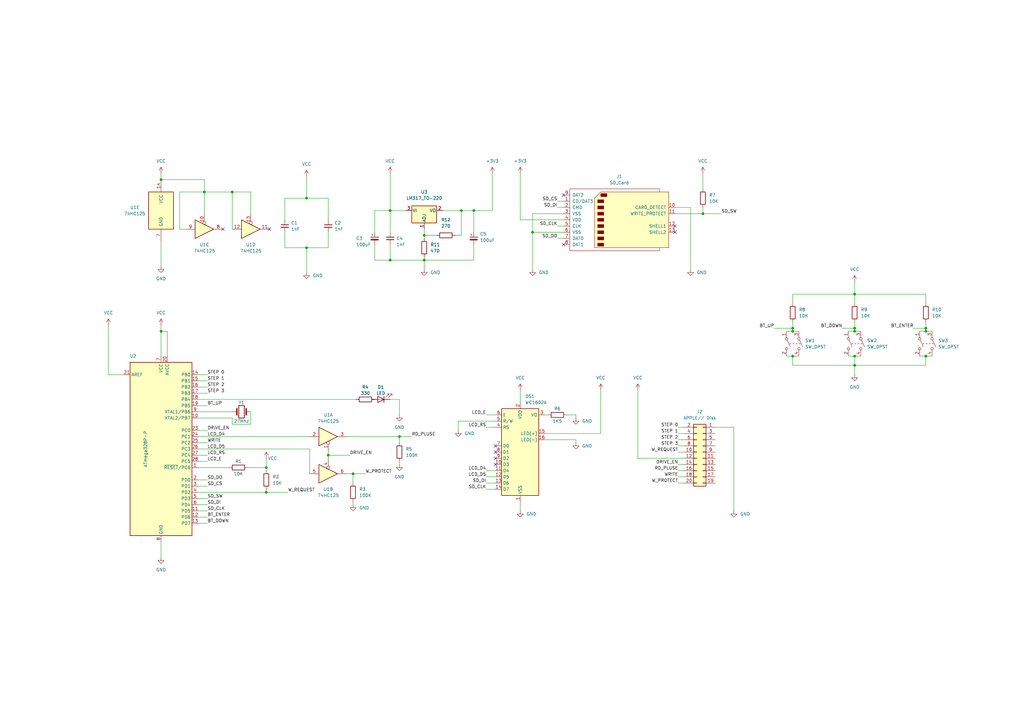
<source format=kicad_sch>
(kicad_sch (version 20211123) (generator eeschema)
  (paper "A3")
  (title_block (title "SDisk2 - Apple II Disk II Emulator") (date "2022-01-27") (rev "Rev 1") (comment 1 "(c) 2022 Terence Ang") (comment 2 "(c) 2012 Victor Trucco, (c) 2012 Fábio Belavenuto, (c) 2015 Alexandre Suaide") (comment 3 "additional authors - ") (comment 4 "Based on original works from (c) 2010 Koichi NISHIDA tulip-house@msf.biglobe.ne.jp"))
  (lib_symbols
    (symbol "74xx_IEEE:74HC125" (pin_names (offset 1.016))
      (property "Reference" "U" (at 0 1.27 0))
      (property "Value" "74HC125" (at 0 -1.27 0))
      (symbol "74HC125_1_0"
        (polyline (pts (xy -3.81 3.81) (xy -3.81 -3.81) (xy 3.81 0) (xy -3.81 3.81)) (stroke (width 0.254)) (fill (type background)))
        (pin input inverted (at 0 -6.35 90) (length 4.445) (name "~") (number "1"))
        (pin input line (at -7.62 0 0) (length 3.81) (name "~") (number "2"))
        (pin tri_state line (at 7.62 0 180) (length 3.81) (name "~") (number "3"))
      )
      (symbol "74HC125_2_0"
        (polyline (pts (xy -3.81 3.81) (xy -3.81 -3.81) (xy 3.81 0) (xy -3.81 3.81)) (stroke (width 0.254)) (fill (type background)))
        (pin input inverted (at 0 -6.35 90) (length 4.445) (name "~") (number "4"))
        (pin input line (at -7.62 0 0) (length 3.81) (name "~") (number "5"))
        (pin tri_state line (at 7.62 0 180) (length 3.81) (name "~") (number "6"))
      )
      (symbol "74HC125_3_0"
        (polyline (pts (xy -3.81 3.81) (xy -3.81 -3.81) (xy 3.81 0) (xy -3.81 3.81)) (stroke (width 0.254)) (fill (type background)))
        (pin input inverted (at 0 -6.35 90) (length 4.445) (name "~") (number "10"))
        (pin tri_state line (at 7.62 0 180) (length 3.81) (name "~") (number "8"))
        (pin input line (at -7.62 0 0) (length 3.81) (name "~") (number "9"))
      )
      (symbol "74HC125_4_0"
        (polyline (pts (xy -3.81 3.81) (xy -3.81 -3.81) (xy 3.81 0) (xy -3.81 3.81)) (stroke (width 0.254)) (fill (type background)))
        (pin tri_state line (at 7.62 0 180) (length 3.81) (name "~") (number "11"))
        (pin input line (at -7.62 0 0) (length 3.81) (name "~") (number "12"))
        (pin input inverted (at 0 -6.35 90) (length 4.445) (name "~") (number "13"))
      )
      (symbol "74HC125_5_0"
        (pin power_in line (at 0 12.7 270) (length 5.08) (name "VCC") (number "14"))
        (pin power_in line (at 0 -12.7 90) (length 5.08) (name "GND") (number "7"))
      )
      (symbol "74HC125_5_1"
        (rectangle (start -5.08 7.62) (end 5.08 -7.62) (stroke (width 0.254)) (fill (type background)))
      )
    )
    (symbol "Connector:SD_Card" (pin_names (offset 1.016))
      (property "Reference" "J" (at -16.51 13.97 0))
      (property "Value" "SD_Card" (at 15.24 -13.97 0))
      (symbol "SD_Card_0_1"
        (rectangle (start -8.89 -9.525) (end -6.35 -10.795) (fill (type outline)))
        (rectangle (start -8.89 -6.985) (end -6.35 -8.255) (fill (type outline)))
        (rectangle (start -8.89 -4.445) (end -6.35 -5.715) (fill (type outline)))
        (rectangle (start -8.89 -1.905) (end -6.35 -3.175) (fill (type outline)))
        (rectangle (start -8.89 0.635) (end -6.35 -0.635) (fill (type outline)))
        (rectangle (start -8.89 3.175) (end -6.35 1.905) (fill (type outline)))
        (rectangle (start -8.89 5.715) (end -6.35 4.445) (fill (type outline)))
        (rectangle (start -8.89 8.255) (end -6.35 6.985) (fill (type outline)))
        (rectangle (start -7.62 10.795) (end -5.08 9.525) (fill (type outline)))
        (polyline (pts (xy -10.16 8.89) (xy -7.62 11.43) (xy 20.32 11.43) (xy 20.32 -11.43) (xy -10.16 -11.43) (xy -10.16 8.89)) (fill (type background)))
        (polyline (pts (xy 16.51 11.43) (xy 16.51 12.7) (xy -20.32 12.7) (xy -20.32 -12.7) (xy 16.51 -12.7) (xy 16.51 -11.43)))
      )
      (symbol "SD_Card_1_1"
        (pin input line (at -22.86 7.62 0) (length 2.54) (name "CD/DAT3") (number "1"))
        (pin input line (at 22.86 5.08 180) (length 2.54) (name "CARD_DETECT") (number "10"))
        (pin input line (at 22.86 2.54 180) (length 2.54) (name "WRITE_PROTECT") (number "11"))
        (pin input line (at 22.86 -2.54 180) (length 2.54) (name "SHELL1") (number "12"))
        (pin input line (at 22.86 -5.08 180) (length 2.54) (name "SHELL2") (number "13"))
        (pin input line (at -22.86 5.08 0) (length 2.54) (name "CMD") (number "2"))
        (pin power_in line (at -22.86 2.54 0) (length 2.54) (name "VSS") (number "3"))
        (pin power_in line (at -22.86 0 0) (length 2.54) (name "VDD") (number "4"))
        (pin input line (at -22.86 -2.54 0) (length 2.54) (name "CLK") (number "5"))
        (pin power_in line (at -22.86 -5.08 0) (length 2.54) (name "VSS") (number "6"))
        (pin input line (at -22.86 -7.62 0) (length 2.54) (name "DAT0") (number "7"))
        (pin input line (at -22.86 -10.16 0) (length 2.54) (name "DAT1") (number "8"))
        (pin input line (at -22.86 10.16 0) (length 2.54) (name "DAT2") (number "9"))
      )
    )
    (symbol "Connector_Generic:Conn_02x10_Odd_Even" (pin_names (offset 1.016) hide)
      (property "Reference" "J" (at 1.27 12.7 0))
      (property "Value" "Conn_02x10_Odd_Even" (at 1.27 -15.24 0))
      (symbol "Conn_02x10_Odd_Even_1_1"
        (rectangle (start -1.27 -12.573) (end 0 -12.827) (stroke (width 0.1524)))
        (rectangle (start -1.27 -10.033) (end 0 -10.287) (stroke (width 0.1524)))
        (rectangle (start -1.27 -7.493) (end 0 -7.747) (stroke (width 0.1524)))
        (rectangle (start -1.27 -4.953) (end 0 -5.207) (stroke (width 0.1524)))
        (rectangle (start -1.27 -2.413) (end 0 -2.667) (stroke (width 0.1524)))
        (rectangle (start -1.27 0.127) (end 0 -0.127) (stroke (width 0.1524)))
        (rectangle (start -1.27 2.667) (end 0 2.413) (stroke (width 0.1524)))
        (rectangle (start -1.27 5.207) (end 0 4.953) (stroke (width 0.1524)))
        (rectangle (start -1.27 7.747) (end 0 7.493) (stroke (width 0.1524)))
        (rectangle (start -1.27 10.287) (end 0 10.033) (stroke (width 0.1524)))
        (rectangle (start -1.27 11.43) (end 3.81 -13.97) (stroke (width 0.254)) (fill (type background)))
        (rectangle (start 3.81 -12.573) (end 2.54 -12.827) (stroke (width 0.1524)))
        (rectangle (start 3.81 -10.033) (end 2.54 -10.287) (stroke (width 0.1524)))
        (rectangle (start 3.81 -7.493) (end 2.54 -7.747) (stroke (width 0.1524)))
        (rectangle (start 3.81 -4.953) (end 2.54 -5.207) (stroke (width 0.1524)))
        (rectangle (start 3.81 -2.413) (end 2.54 -2.667) (stroke (width 0.1524)))
        (rectangle (start 3.81 0.127) (end 2.54 -0.127) (stroke (width 0.1524)))
        (rectangle (start 3.81 2.667) (end 2.54 2.413) (stroke (width 0.1524)))
        (rectangle (start 3.81 5.207) (end 2.54 4.953) (stroke (width 0.1524)))
        (rectangle (start 3.81 7.747) (end 2.54 7.493) (stroke (width 0.1524)))
        (rectangle (start 3.81 10.287) (end 2.54 10.033) (stroke (width 0.1524)))
        (pin passive line (at -5.08 10.16 0) (length 3.81) (name "Pin_1") (number "1"))
        (pin passive line (at 7.62 0 180) (length 3.81) (name "Pin_10") (number "10"))
        (pin passive line (at -5.08 -2.54 0) (length 3.81) (name "Pin_11") (number "11"))
        (pin passive line (at 7.62 -2.54 180) (length 3.81) (name "Pin_12") (number "12"))
        (pin passive line (at -5.08 -5.08 0) (length 3.81) (name "Pin_13") (number "13"))
        (pin passive line (at 7.62 -5.08 180) (length 3.81) (name "Pin_14") (number "14"))
        (pin passive line (at -5.08 -7.62 0) (length 3.81) (name "Pin_15") (number "15"))
        (pin passive line (at 7.62 -7.62 180) (length 3.81) (name "Pin_16") (number "16"))
        (pin passive line (at -5.08 -10.16 0) (length 3.81) (name "Pin_17") (number "17"))
        (pin passive line (at 7.62 -10.16 180) (length 3.81) (name "Pin_18") (number "18"))
        (pin passive line (at -5.08 -12.7 0) (length 3.81) (name "Pin_19") (number "19"))
        (pin passive line (at 7.62 10.16 180) (length 3.81) (name "Pin_2") (number "2"))
        (pin passive line (at 7.62 -12.7 180) (length 3.81) (name "Pin_20") (number "20"))
        (pin passive line (at -5.08 7.62 0) (length 3.81) (name "Pin_3") (number "3"))
        (pin passive line (at 7.62 7.62 180) (length 3.81) (name "Pin_4") (number "4"))
        (pin passive line (at -5.08 5.08 0) (length 3.81) (name "Pin_5") (number "5"))
        (pin passive line (at 7.62 5.08 180) (length 3.81) (name "Pin_6") (number "6"))
        (pin passive line (at -5.08 2.54 0) (length 3.81) (name "Pin_7") (number "7"))
        (pin passive line (at 7.62 2.54 180) (length 3.81) (name "Pin_8") (number "8"))
        (pin passive line (at -5.08 0 0) (length 3.81) (name "Pin_9") (number "9"))
      )
    )
    (symbol "Device:C_Polarized_Small" (pin_numbers hide) (pin_names (offset 0.254) hide)
      (property "Reference" "C" (at 0.254 1.778 0))
      (property "Value" "C_Polarized_Small" (at 0.254 -2.032 0))
      (symbol "C_Polarized_Small_0_1"
        (rectangle (start -1.524 -0.3048) (end 1.524 -0.6858) (fill (type outline)))
        (rectangle (start -1.524 0.6858) (end 1.524 0.3048))
        (polyline (pts (xy -1.27 1.524) (xy -0.762 1.524)))
        (polyline (pts (xy -1.016 1.27) (xy -1.016 1.778)))
      )
      (symbol "C_Polarized_Small_1_1"
        (pin passive line (at 0 2.54 270) (length 1.8542) (name "~") (number "1"))
        (pin passive line (at 0 -2.54 90) (length 1.8542) (name "~") (number "2"))
      )
    )
    (symbol "Device:C_Small" (pin_numbers hide) (pin_names (offset 0.254) hide)
      (property "Reference" "C" (at 0.254 1.778 0))
      (property "Value" "C_Small" (at 0.254 -2.032 0))
      (symbol "C_Small_0_1"
        (polyline (pts (xy -1.524 -0.508) (xy 1.524 -0.508)) (stroke (width 0.3302)))
        (polyline (pts (xy -1.524 0.508) (xy 1.524 0.508)) (stroke (width 0.3048)))
      )
      (symbol "C_Small_1_1"
        (pin passive line (at 0 2.54 270) (length 2.032) (name "~") (number "1"))
        (pin passive line (at 0 -2.54 90) (length 2.032) (name "~") (number "2"))
      )
    )
    (symbol "Device:Crystal" (pin_numbers hide) (pin_names (offset 1.016) hide)
      (property "Reference" "Y" (at 0 3.81 0))
      (property "Value" "Crystal" (at 0 -3.81 0))
      (symbol "Crystal_0_1"
        (rectangle (start -1.143 2.54) (end 1.143 -2.54) (stroke (width 0.3048)))
        (polyline (pts (xy -2.54 0) (xy -1.905 0)))
        (polyline (pts (xy -1.905 -1.27) (xy -1.905 1.27)) (stroke (width 0.508)))
        (polyline (pts (xy 1.905 -1.27) (xy 1.905 1.27)) (stroke (width 0.508)))
        (polyline (pts (xy 2.54 0) (xy 1.905 0)))
      )
      (symbol "Crystal_1_1"
        (pin passive line (at -3.81 0 0) (length 1.27) (name "1") (number "1"))
        (pin passive line (at 3.81 0 180) (length 1.27) (name "2") (number "2"))
      )
    )
    (symbol "Device:LED" (pin_numbers hide) (pin_names (offset 1.016) hide)
      (property "Reference" "D" (at 0 2.54 0))
      (property "Value" "LED" (at 0 -2.54 0))
      (symbol "LED_0_1"
        (polyline (pts (xy -1.27 -1.27) (xy -1.27 1.27)) (stroke (width 0.254)))
        (polyline (pts (xy -1.27 0) (xy 1.27 0)))
        (polyline (pts (xy 1.27 -1.27) (xy 1.27 1.27) (xy -1.27 0) (xy 1.27 -1.27)) (stroke (width 0.254)))
        (polyline (pts (xy -3.048 -0.762) (xy -4.572 -2.286) (xy -3.81 -2.286) (xy -4.572 -2.286) (xy -4.572 -1.524)))
        (polyline (pts (xy -1.778 -0.762) (xy -3.302 -2.286) (xy -2.54 -2.286) (xy -3.302 -2.286) (xy -3.302 -1.524)))
      )
      (symbol "LED_1_1"
        (pin passive line (at -3.81 0 0) (length 2.54) (name "K") (number "1"))
        (pin passive line (at 3.81 0 180) (length 2.54) (name "A") (number "2"))
      )
    )
    (symbol "Device:R" (pin_numbers hide) (pin_names (offset 0))
      (property "Reference" "R" (at 2.032 0 90))
      (property "Value" "R" (at 0 0 90))
      (symbol "R_0_1"
        (rectangle (start -1.016 -2.54) (end 1.016 2.54) (stroke (width 0.254)))
      )
      (symbol "R_1_1"
        (pin passive line (at 0 3.81 270) (length 1.27) (name "~") (number "1"))
        (pin passive line (at 0 -3.81 90) (length 1.27) (name "~") (number "2"))
      )
    )
    (symbol "Display_Character:WC1602A"
      (property "Reference" "DS" (at -5.842 19.05 0))
      (property "Value" "WC1602A" (at 5.334 19.05 0))
      (symbol "WC1602A_1_1"
        (rectangle (start -7.62 17.78) (end 7.62 -17.78) (stroke (width 0.254)) (fill (type background)))
        (pin power_in line (at 0 -20.32 90) (length 2.54) (name "VSS") (number "1"))
        (pin input line (at -10.16 -5.08 0) (length 2.54) (name "D3") (number "10"))
        (pin input line (at -10.16 -7.62 0) (length 2.54) (name "D4") (number "11"))
        (pin input line (at -10.16 -10.16 0) (length 2.54) (name "D5") (number "12"))
        (pin input line (at -10.16 -12.7 0) (length 2.54) (name "D6") (number "13"))
        (pin input line (at -10.16 -15.24 0) (length 2.54) (name "D7") (number "14"))
        (pin power_in line (at 10.16 7.62 180) (length 2.54) (name "LED(+)") (number "15"))
        (pin power_in line (at 10.16 5.08 180) (length 2.54) (name "LED(-)") (number "16"))
        (pin power_in line (at 0 20.32 270) (length 2.54) (name "VDD") (number "2"))
        (pin input line (at 10.16 15.24 180) (length 2.54) (name "VO") (number "3"))
        (pin input line (at -10.16 10.16 0) (length 2.54) (name "RS") (number "4"))
        (pin input line (at -10.16 12.7 0) (length 2.54) (name "R/W") (number "5"))
        (pin input line (at -10.16 15.24 0) (length 2.54) (name "E") (number "6"))
        (pin input line (at -10.16 2.54 0) (length 2.54) (name "D0") (number "7"))
        (pin input line (at -10.16 0 0) (length 2.54) (name "D1") (number "8"))
        (pin input line (at -10.16 -2.54 0) (length 2.54) (name "D2") (number "9"))
      )
    )
    (symbol "MCU_Microchip_ATmega:ATmega328P-P"
      (property "Reference" "U" (at -12.7 36.83 0))
      (property "Value" "ATmega328P-P" (at 2.54 -36.83 0))
      (symbol "ATmega328P-P_0_1"
        (rectangle (start -12.7 -35.56) (end 12.7 35.56) (stroke (width 0.254)) (fill (type background)))
      )
      (symbol "ATmega328P-P_1_1"
        (pin bidirectional line (at 15.24 -7.62 180) (length 2.54) (name "~{RESET}/PC6") (number "1"))
        (pin bidirectional line (at 15.24 12.7 180) (length 2.54) (name "XTAL2/PB7") (number "10"))
        (pin bidirectional line (at 15.24 -25.4 180) (length 2.54) (name "PD5") (number "11"))
        (pin bidirectional line (at 15.24 -27.94 180) (length 2.54) (name "PD6") (number "12"))
        (pin bidirectional line (at 15.24 -30.48 180) (length 2.54) (name "PD7") (number "13"))
        (pin bidirectional line (at 15.24 30.48 180) (length 2.54) (name "PB0") (number "14"))
        (pin bidirectional line (at 15.24 27.94 180) (length 2.54) (name "PB1") (number "15"))
        (pin bidirectional line (at 15.24 25.4 180) (length 2.54) (name "PB2") (number "16"))
        (pin bidirectional line (at 15.24 22.86 180) (length 2.54) (name "PB3") (number "17"))
        (pin bidirectional line (at 15.24 20.32 180) (length 2.54) (name "PB4") (number "18"))
        (pin bidirectional line (at 15.24 17.78 180) (length 2.54) (name "PB5") (number "19"))
        (pin bidirectional line (at 15.24 -12.7 180) (length 2.54) (name "PD0") (number "2"))
        (pin power_in line (at 2.54 38.1 270) (length 2.54) (name "AVCC") (number "20"))
        (pin passive line (at -15.24 30.48 0) (length 2.54) (name "AREF") (number "21"))
        (pin passive line (at 0 -38.1 90) (length 2.54) hide (name "GND") (number "22"))
        (pin bidirectional line (at 15.24 7.62 180) (length 2.54) (name "PC0") (number "23"))
        (pin bidirectional line (at 15.24 5.08 180) (length 2.54) (name "PC1") (number "24"))
        (pin bidirectional line (at 15.24 2.54 180) (length 2.54) (name "PC2") (number "25"))
        (pin bidirectional line (at 15.24 0 180) (length 2.54) (name "PC3") (number "26"))
        (pin bidirectional line (at 15.24 -2.54 180) (length 2.54) (name "PC4") (number "27"))
        (pin bidirectional line (at 15.24 -5.08 180) (length 2.54) (name "PC5") (number "28"))
        (pin bidirectional line (at 15.24 -15.24 180) (length 2.54) (name "PD1") (number "3"))
        (pin bidirectional line (at 15.24 -17.78 180) (length 2.54) (name "PD2") (number "4"))
        (pin bidirectional line (at 15.24 -20.32 180) (length 2.54) (name "PD3") (number "5"))
        (pin bidirectional line (at 15.24 -22.86 180) (length 2.54) (name "PD4") (number "6"))
        (pin power_in line (at 0 38.1 270) (length 2.54) (name "VCC") (number "7"))
        (pin power_in line (at 0 -38.1 90) (length 2.54) (name "GND") (number "8"))
        (pin bidirectional line (at 15.24 15.24 180) (length 2.54) (name "XTAL1/PB6") (number "9"))
      )
    )
    (symbol "Regulator_Linear:LM317_TO-220" (pin_names (offset 0.254))
      (property "Reference" "U" (at -3.81 3.175 0))
      (property "Value" "LM317_TO-220" (at 0 3.175 0))
      (symbol "LM317_TO-220_0_1"
        (rectangle (start -5.08 1.905) (end 5.08 -5.08) (stroke (width 0.254)) (fill (type background)))
      )
      (symbol "LM317_TO-220_1_1"
        (pin input line (at 0 -7.62 90) (length 2.54) (name "ADJ") (number "1"))
        (pin power_out line (at 7.62 0 180) (length 2.54) (name "VO") (number "2"))
        (pin power_in line (at -7.62 0 0) (length 2.54) (name "VI") (number "3"))
      )
    )
    (symbol "Switch:SW_DPST" (pin_names (offset 0) hide)
      (property "Reference" "SW" (at 0 5.08 0))
      (property "Value" "SW_DPST" (at 0 -5.08 0))
      (symbol "SW_DPST_0_0"
        (circle (center -2.032 -2.54) (radius 0.508))
        (circle (center -2.032 2.54) (radius 0.508))
        (polyline (pts (xy -1.524 -2.286) (xy 1.27 -1.016)))
        (polyline (pts (xy -1.524 2.794) (xy 1.27 4.064)))
        (polyline (pts (xy 0 -1.27) (xy 0 -0.635)))
        (polyline (pts (xy 0 0) (xy 0 0.635)))
        (polyline (pts (xy 0 1.27) (xy 0 1.905)))
        (polyline (pts (xy 0 2.54) (xy 0 3.175)))
        (circle (center 2.032 -2.54) (radius 0.508))
        (circle (center 2.032 2.54) (radius 0.508))
      )
      (symbol "SW_DPST_1_1"
        (pin passive line (at -5.08 -2.54 0) (length 2.54) (name "1") (number "1"))
        (pin passive line (at 5.08 -2.54 180) (length 2.54) (name "2") (number "2"))
        (pin passive line (at -5.08 2.54 0) (length 2.54) (name "3") (number "3"))
        (pin passive line (at 5.08 2.54 180) (length 2.54) (name "4") (number "4"))
      )
    )
    (symbol "power:+3.3V" (power) (pin_names (offset 0))
      (property "Value" "+3.3V" (at 0 3.556 0))
      (symbol "+3.3V_0_1"
        (polyline (pts (xy -0.762 1.27) (xy 0 2.54)))
        (polyline (pts (xy 0 0) (xy 0 2.54)))
        (polyline (pts (xy 0 2.54) (xy 0.762 1.27)))
      )
      (symbol "+3.3V_1_1"
        (pin power_in line (at 0 0 90) (length 0) hide (name "+3V3") (number "1"))
      )
    )
    (symbol "power:GND" (power) (pin_names (offset 0))
      (property "Value" "GND" (at 0 -3.81 0))
      (symbol "GND_0_1"
        (polyline (pts (xy 0 0) (xy 0 -1.27) (xy 1.27 -1.27) (xy 0 -2.54) (xy -1.27 -1.27) (xy 0 -1.27)))
      )
      (symbol "GND_1_1"
        (pin power_in line (at 0 0 270) (length 0) hide (name "GND") (number "1"))
      )
    )
    (symbol "power:VCC" (power) (pin_names (offset 0))
      (property "Value" "VCC" (at 0 3.81 0))
      (symbol "VCC_0_1"
        (polyline (pts (xy -0.762 1.27) (xy 0 2.54)))
        (polyline (pts (xy 0 0) (xy 0 2.54)))
        (polyline (pts (xy 0 2.54) (xy 0.762 1.27)))
      )
      (symbol "VCC_1_1"
        (pin power_in line (at 0 0 90) (length 0) hide (name "VCC") (number "1"))
      )
    )
  )
  (junction (at 134.62 186.69))
  (junction (at 379.73 134.62))
  (junction (at 350.52 135.89))
  (junction (at 194.31 86.36))
  (junction (at 83.82 78.74))
  (junction (at 66.04 73.66))
  (junction (at 325.12 134.62))
  (junction (at 160.02 106.68))
  (junction (at 95.25 78.74))
  (junction (at 125.73 81.28))
  (junction (at 160.02 86.36))
  (junction (at 109.22 201.93))
  (junction (at 288.29 87.63))
  (junction (at 66.04 135.89))
  (junction (at 350.52 134.62))
  (junction (at 109.22 191.77))
  (junction (at 173.99 96.52))
  (junction (at 350.52 146.05))
  (junction (at 325.12 135.89))
  (junction (at 325.12 146.05))
  (junction (at 144.78 194.31))
  (junction (at 163.83 179.07))
  (junction (at 379.73 135.89))
  (junction (at 350.52 149.86))
  (junction (at 218.44 95.25))
  (junction (at 189.23 86.36))
  (junction (at 379.73 146.05))
  (junction (at 173.99 106.68))
  (junction (at 125.73 101.6))
  (junction (at 350.52 120.65))
  (no_connect (at 91.44 93.98))
  (no_connect (at 110.49 93.98))
  (no_connect (at 276.86 95.25))
  (no_connect (at 276.86 92.71))
  (no_connect (at 231.14 100.33))
  (no_connect (at 231.14 80.01))
  (no_connect (at 203.2 182.88))
  (no_connect (at 203.2 185.42))
  (no_connect (at 203.2 187.96))
  (no_connect (at 203.2 190.5))
  (wire (pts (xy 81.28 201.93) (xy 109.22 201.93)))
  (wire (pts (xy 116.84 81.28) (xy 116.84 90.17)))
  (wire (pts (xy 44.45 153.67) (xy 44.45 133.35)))
  (wire (pts (xy 317.5 134.62) (xy 325.12 134.62)))
  (wire (pts (xy 213.36 160.02) (xy 213.36 165.1)))
  (wire (pts (xy 199.39 175.26) (xy 203.2 175.26)))
  (wire (pts (xy 325.12 124.46) (xy 325.12 120.65)))
  (wire (pts (xy 347.98 135.89) (xy 350.52 135.89)))
  (wire (pts (xy 81.28 214.63) (xy 85.09 214.63)))
  (wire (pts (xy 81.28 191.77) (xy 93.98 191.77)))
  (wire (pts (xy 278.13 182.88) (xy 280.67 182.88)))
  (wire (pts (xy 83.82 73.66) (xy 66.04 73.66)))
  (wire (pts (xy 228.6 97.79) (xy 231.14 97.79)))
  (wire (pts (xy 350.52 120.65) (xy 379.73 120.65)))
  (wire (pts (xy 261.62 187.96) (xy 280.67 187.96)))
  (wire (pts (xy 95.25 173.99) (xy 95.25 171.45)))
  (wire (pts (xy 223.52 177.8) (xy 246.38 177.8)))
  (wire (pts (xy 160.02 86.36) (xy 166.37 86.36)))
  (wire (pts (xy 350.52 115.57) (xy 350.52 120.65)))
  (wire (pts (xy 66.04 71.12) (xy 66.04 73.66)))
  (wire (pts (xy 379.73 134.62) (xy 379.73 135.89)))
  (wire (pts (xy 350.52 120.65) (xy 350.52 124.46)))
  (wire (pts (xy 173.99 93.98) (xy 173.99 96.52)))
  (wire (pts (xy 102.87 78.74) (xy 102.87 87.63)))
  (wire (pts (xy 95.25 78.74) (xy 102.87 78.74)))
  (wire (pts (xy 134.62 81.28) (xy 134.62 90.17)))
  (wire (pts (xy 218.44 87.63) (xy 218.44 95.25)))
  (wire (pts (xy 81.28 176.53) (xy 85.09 176.53)))
  (wire (pts (xy 288.29 71.12) (xy 288.29 77.47)))
  (wire (pts (xy 278.13 185.42) (xy 280.67 185.42)))
  (wire (pts (xy 379.73 124.46) (xy 379.73 120.65)))
  (wire (pts (xy 199.39 200.66) (xy 203.2 200.66)))
  (wire (pts (xy 125.73 81.28) (xy 134.62 81.28)))
  (wire (pts (xy 153.67 86.36) (xy 160.02 86.36)))
  (wire (pts (xy 236.22 180.34) (xy 236.22 181.61)))
  (wire (pts (xy 187.96 172.72) (xy 187.96 176.53)))
  (wire (pts (xy 81.28 163.83) (xy 146.05 163.83)))
  (wire (pts (xy 81.28 209.55) (xy 85.09 209.55)))
  (wire (pts (xy 144.78 205.74) (xy 144.78 207.01)))
  (wire (pts (xy 325.12 146.05) (xy 327.66 146.05)))
  (wire (pts (xy 236.22 170.18) (xy 236.22 171.45)))
  (wire (pts (xy 81.28 168.91) (xy 95.25 168.91)))
  (wire (pts (xy 116.84 95.25) (xy 116.84 101.6)))
  (wire (pts (xy 81.28 207.01) (xy 85.09 207.01)))
  (wire (pts (xy 153.67 86.36) (xy 153.67 95.25)))
  (wire (pts (xy 134.62 185.42) (xy 134.62 186.69)))
  (wire (pts (xy 81.28 186.69) (xy 85.09 186.69)))
  (wire (pts (xy 109.22 200.66) (xy 109.22 201.93)))
  (wire (pts (xy 81.28 158.75) (xy 85.09 158.75)))
  (wire (pts (xy 261.62 160.02) (xy 261.62 187.96)))
  (wire (pts (xy 66.04 133.35) (xy 66.04 135.89)))
  (wire (pts (xy 73.66 93.98) (xy 73.66 78.74)))
  (wire (pts (xy 109.22 191.77) (xy 109.22 193.04)))
  (wire (pts (xy 199.39 195.58) (xy 203.2 195.58)))
  (wire (pts (xy 350.52 149.86) (xy 350.52 153.67)))
  (wire (pts (xy 231.14 95.25) (xy 218.44 95.25)))
  (wire (pts (xy 81.28 212.09) (xy 85.09 212.09)))
  (wire (pts (xy 379.73 146.05) (xy 382.27 146.05)))
  (wire (pts (xy 81.28 153.67) (xy 85.09 153.67)))
  (wire (pts (xy 66.04 222.25) (xy 66.04 228.6)))
  (wire (pts (xy 81.28 184.15) (xy 127 184.15)))
  (wire (pts (xy 73.66 78.74) (xy 83.82 78.74)))
  (wire (pts (xy 144.78 194.31) (xy 144.78 198.12)))
  (wire (pts (xy 68.58 135.89) (xy 66.04 135.89)))
  (wire (pts (xy 203.2 172.72) (xy 187.96 172.72)))
  (wire (pts (xy 160.02 71.12) (xy 160.02 86.36)))
  (wire (pts (xy 81.28 199.39) (xy 85.09 199.39)))
  (wire (pts (xy 81.28 161.29) (xy 85.09 161.29)))
  (wire (pts (xy 160.02 163.83) (xy 163.83 163.83)))
  (wire (pts (xy 125.73 72.39) (xy 125.73 81.28)))
  (wire (pts (xy 76.2 93.98) (xy 73.66 93.98)))
  (wire (pts (xy 125.73 101.6) (xy 116.84 101.6)))
  (wire (pts (xy 379.73 132.08) (xy 379.73 134.62)))
  (wire (pts (xy 81.28 156.21) (xy 85.09 156.21)))
  (wire (pts (xy 278.13 175.26) (xy 280.67 175.26)))
  (wire (pts (xy 325.12 149.86) (xy 350.52 149.86)))
  (wire (pts (xy 173.99 96.52) (xy 173.99 97.79)))
  (wire (pts (xy 134.62 186.69) (xy 143.51 186.69)))
  (wire (pts (xy 83.82 78.74) (xy 83.82 73.66)))
  (wire (pts (xy 81.28 189.23) (xy 85.09 189.23)))
  (wire (pts (xy 81.28 204.47) (xy 85.09 204.47)))
  (wire (pts (xy 153.67 163.83) (xy 152.4 163.83)))
  (wire (pts (xy 134.62 95.25) (xy 134.62 101.6)))
  (wire (pts (xy 288.29 87.63) (xy 288.29 85.09)))
  (wire (pts (xy 374.65 134.62) (xy 379.73 134.62)))
  (wire (pts (xy 276.86 85.09) (xy 283.21 85.09)))
  (wire (pts (xy 350.52 135.89) (xy 353.06 135.89)))
  (wire (pts (xy 300.99 175.26) (xy 300.99 209.55)))
  (wire (pts (xy 228.6 85.09) (xy 231.14 85.09)))
  (wire (pts (xy 223.52 180.34) (xy 236.22 180.34)))
  (wire (pts (xy 322.58 146.05) (xy 325.12 146.05)))
  (wire (pts (xy 66.04 135.89) (xy 66.04 146.05)))
  (wire (pts (xy 377.19 135.89) (xy 379.73 135.89)))
  (wire (pts (xy 81.28 179.07) (xy 127 179.07)))
  (wire (pts (xy 186.69 96.52) (xy 189.23 96.52)))
  (wire (pts (xy 228.6 82.55) (xy 231.14 82.55)))
  (wire (pts (xy 173.99 105.41) (xy 173.99 106.68)))
  (wire (pts (xy 101.6 191.77) (xy 109.22 191.77)))
  (wire (pts (xy 213.36 90.17) (xy 231.14 90.17)))
  (wire (pts (xy 127 194.31) (xy 127 184.15)))
  (wire (pts (xy 102.87 173.99) (xy 95.25 173.99)))
  (wire (pts (xy 109.22 201.93) (xy 118.11 201.93)))
  (wire (pts (xy 218.44 95.25) (xy 218.44 110.49)))
  (wire (pts (xy 288.29 87.63) (xy 295.91 87.63)))
  (wire (pts (xy 278.13 177.8) (xy 280.67 177.8)))
  (wire (pts (xy 50.8 153.67) (xy 44.45 153.67)))
  (wire (pts (xy 223.52 170.18) (xy 224.79 170.18)))
  (wire (pts (xy 142.24 194.31) (xy 144.78 194.31)))
  (wire (pts (xy 163.83 179.07) (xy 168.91 179.07)))
  (wire (pts (xy 322.58 135.89) (xy 325.12 135.89)))
  (wire (pts (xy 293.37 175.26) (xy 300.99 175.26)))
  (wire (pts (xy 83.82 78.74) (xy 95.25 78.74)))
  (wire (pts (xy 213.36 205.74) (xy 213.36 209.55)))
  (wire (pts (xy 125.73 101.6) (xy 125.73 111.76)))
  (wire (pts (xy 163.83 189.23) (xy 163.83 190.5)))
  (wire (pts (xy 377.19 146.05) (xy 379.73 146.05)))
  (wire (pts (xy 345.44 134.62) (xy 350.52 134.62)))
  (wire (pts (xy 231.14 87.63) (xy 218.44 87.63)))
  (wire (pts (xy 278.13 193.04) (xy 280.67 193.04)))
  (wire (pts (xy 194.31 86.36) (xy 194.31 95.25)))
  (wire (pts (xy 144.78 194.31) (xy 149.86 194.31)))
  (wire (pts (xy 325.12 134.62) (xy 325.12 135.89)))
  (wire (pts (xy 350.52 149.86) (xy 379.73 149.86)))
  (wire (pts (xy 199.39 170.18) (xy 203.2 170.18)))
  (wire (pts (xy 325.12 146.05) (xy 325.12 149.86)))
  (wire (pts (xy 213.36 71.12) (xy 213.36 90.17)))
  (wire (pts (xy 232.41 170.18) (xy 236.22 170.18)))
  (wire (pts (xy 199.39 198.12) (xy 203.2 198.12)))
  (wire (pts (xy 163.83 179.07) (xy 163.83 181.61)))
  (wire (pts (xy 199.39 193.04) (xy 203.2 193.04)))
  (wire (pts (xy 160.02 100.33) (xy 160.02 106.68)))
  (wire (pts (xy 81.28 166.37) (xy 85.09 166.37)))
  (wire (pts (xy 278.13 198.12) (xy 280.67 198.12)))
  (wire (pts (xy 68.58 146.05) (xy 68.58 135.89)))
  (wire (pts (xy 283.21 85.09) (xy 283.21 110.49)))
  (wire (pts (xy 179.07 96.52) (xy 173.99 96.52)))
  (wire (pts (xy 350.52 146.05) (xy 353.06 146.05)))
  (wire (pts (xy 163.83 163.83) (xy 163.83 170.18)))
  (wire (pts (xy 379.73 146.05) (xy 379.73 149.86)))
  (wire (pts (xy 95.25 93.98) (xy 95.25 78.74)))
  (wire (pts (xy 201.93 86.36) (xy 194.31 86.36)))
  (wire (pts (xy 379.73 135.89) (xy 382.27 135.89)))
  (wire (pts (xy 189.23 86.36) (xy 194.31 86.36)))
  (wire (pts (xy 173.99 106.68) (xy 173.99 110.49)))
  (wire (pts (xy 350.52 132.08) (xy 350.52 134.62)))
  (wire (pts (xy 325.12 120.65) (xy 350.52 120.65)))
  (wire (pts (xy 102.87 168.91) (xy 102.87 173.99)))
  (wire (pts (xy 350.52 134.62) (xy 350.52 135.89)))
  (wire (pts (xy 153.67 100.33) (xy 153.67 106.68)))
  (wire (pts (xy 125.73 101.6) (xy 134.62 101.6)))
  (wire (pts (xy 160.02 106.68) (xy 173.99 106.68)))
  (wire (pts (xy 325.12 135.89) (xy 327.66 135.89)))
  (wire (pts (xy 116.84 81.28) (xy 125.73 81.28)))
  (wire (pts (xy 81.28 181.61) (xy 85.09 181.61)))
  (wire (pts (xy 276.86 87.63) (xy 288.29 87.63)))
  (wire (pts (xy 83.82 78.74) (xy 83.82 87.63)))
  (wire (pts (xy 194.31 100.33) (xy 194.31 106.68)))
  (wire (pts (xy 173.99 106.68) (xy 194.31 106.68)))
  (wire (pts (xy 66.04 99.06) (xy 66.04 109.22)))
  (wire (pts (xy 189.23 96.52) (xy 189.23 86.36)))
  (wire (pts (xy 278.13 190.5) (xy 280.67 190.5)))
  (wire (pts (xy 278.13 195.58) (xy 280.67 195.58)))
  (wire (pts (xy 81.28 196.85) (xy 85.09 196.85)))
  (wire (pts (xy 350.52 146.05) (xy 350.52 149.86)))
  (wire (pts (xy 153.67 106.68) (xy 160.02 106.68)))
  (wire (pts (xy 325.12 132.08) (xy 325.12 134.62)))
  (wire (pts (xy 228.6 92.71) (xy 231.14 92.71)))
  (wire (pts (xy 160.02 86.36) (xy 160.02 95.25)))
  (wire (pts (xy 181.61 86.36) (xy 189.23 86.36)))
  (wire (pts (xy 201.93 71.12) (xy 201.93 86.36)))
  (wire (pts (xy 109.22 187.96) (xy 109.22 191.77)))
  (wire (pts (xy 134.62 186.69) (xy 134.62 187.96)))
  (wire (pts (xy 278.13 180.34) (xy 280.67 180.34)))
  (wire (pts (xy 246.38 177.8) (xy 246.38 160.02)))
  (wire (pts (xy 347.98 146.05) (xy 350.52 146.05)))
  (wire (pts (xy 142.24 179.07) (xy 163.83 179.07)))
  (wire (pts (xy 81.28 171.45) (xy 95.25 171.45)))
  (label "RD_PLUSE" (at 168.91 179.07 0))
  (label "LCD_E" (at 85.09 189.23 0))
  (label "LCD_RS" (at 199.39 175.26 180))
  (label "DRIVE_EN" (at 85.09 176.53 0))
  (label "BT_DOWN" (at 85.09 214.63 0))
  (label "DRIVE_EN" (at 143.51 186.69 0))
  (label "SD_SW" (at 85.09 204.47 0))
  (label "SD_DI" (at 228.6 85.09 180))
  (label "STEP 1" (at 85.09 156.21 0))
  (label "RD_PLUSE" (at 278.13 193.04 180))
  (label "SD_CLK" (at 228.6 92.71 180))
  (label "STEP 0" (at 85.09 153.67 0))
  (label "STEP 3" (at 278.13 182.88 180))
  (label "SD_DO" (at 228.6 97.79 180))
  (label "BT_ENTER" (at 85.09 212.09 0))
  (label "SD_DO" (at 85.09 196.85 0))
  (label "LCD_D5" (at 85.09 184.15 0))
  (label "STEP 2" (at 85.09 158.75 0))
  (label "BT_UP" (at 85.09 166.37 0))
  (label "BT_UP" (at 317.5 134.62 180))
  (label "BT_ENTER" (at 374.65 134.62 180))
  (label "LCD_E" (at 199.39 170.18 180))
  (label "DRIVE_EN" (at 278.13 190.5 180))
  (label "LCD_RS" (at 85.09 186.69 0))
  (label "WRITE" (at 85.09 181.61 0))
  (label "SD_DI" (at 85.09 207.01 0))
  (label "SD_SW" (at 295.91 87.63 0))
  (label "STEP 1" (at 278.13 177.8 180))
  (label "SD_DI" (at 199.39 198.12 180))
  (label "SD_CS" (at 85.09 199.39 0))
  (label "W_PROTECT" (at 278.13 198.12 180))
  (label "W_PROTECT" (at 149.86 194.31 0))
  (label "BT_DOWN" (at 345.44 134.62 180))
  (label "W_REQUEST" (at 278.13 185.42 180))
  (label "STEP 0" (at 278.13 175.26 180))
  (label "WRITE" (at 278.13 195.58 180))
  (label "SD_CLK" (at 85.09 209.55 0))
  (label "LCD_D5" (at 199.39 195.58 180))
  (label "STEP 3" (at 85.09 161.29 0))
  (label "SD_CLK" (at 199.39 200.66 180))
  (label "STEP 2" (at 278.13 180.34 180))
  (label "SD_CS" (at 228.6 82.55 180))
  (label "LCD_D4" (at 199.39 193.04 180))
  (label "LCD_D4" (at 85.09 179.07 0))
  (label "W_REQUEST" (at 118.11 201.93 0))
  (symbol (lib_id "power:VCC") (at 160.02 71.12 0) (unit 1)
    (property "Reference" "#PWR012" (effects hide))
    (property "Value" "VCC" (at 160.02 66.04 0))
  )
  (symbol (lib_id "power:GND") (at 236.22 181.61 0) (unit 1)
    (property "Reference" "#PWR021" (effects hide))
    (property "Value" "GND" (at 238.76 182.8799 0) (effects (justify left)))
  )
  (symbol (lib_id "power:GND") (at 173.99 110.49 0) (unit 1)
    (property "Reference" "#PWR013" (effects hide))
    (property "Value" "GND" (at 176.53 111.7599 0) (effects (justify left)))
  )
  (symbol (lib_id "power:VCC") (at 261.62 160.02 0) (unit 1)
    (property "Reference" "#PWR023" (effects hide))
    (property "Value" "VCC" (at 261.62 154.94 0))
  )
  (symbol (lib_id "Device:C_Small") (at 116.84 92.71 0) (unit 1)
    (property "Reference" "C1" (at 119.38 91.44 0) (effects (justify left)))
    (property "Value" "1nF" (at 119.38 93.98 0) (effects (justify left)))
    (property "Footprint" "Capacitor_THT:C_Disc_D5.0mm_W2.5mm_P5.00mm" (effects hide))
  )
  (symbol (lib_id "Device:R") (at 149.86 163.83 90) (unit 1)
    (property "Reference" "R4" (at 149.86 158.75 90))
    (property "Value" "330" (at 149.86 161.29 90))
    (property "Footprint" "Resistor_THT:R_Axial_DIN0204_L3.6mm_D1.6mm_P5.08mm_Horizontal" (effects hide))
  )
  (symbol (lib_id "power:VCC") (at 66.04 71.12 0) (unit 1)
    (property "Reference" "#PWR02" (effects hide))
    (property "Value" "VCC" (at 66.04 66.04 0))
  )
  (symbol (lib_id "Device:R") (at 144.78 201.93 0) (unit 1)
    (property "Reference" "R3" (at 147.32 200.6599 0) (effects (justify left)))
    (property "Value" "100K" (at 147.32 203.1999 0) (effects (justify left)))
    (property "Footprint" "Resistor_THT:R_Axial_DIN0204_L3.6mm_D1.6mm_P5.08mm_Horizontal" (effects hide))
  )
  (symbol (lib_id "Device:C_Polarized_Small") (at 153.67 97.79 0) (unit 1)
    (property "Reference" "C3" (at 146.05 97.79 0) (effects (justify left)))
    (property "Value" "100uF" (at 146.05 100.33 0) (effects (justify left)))
    (property "Footprint" "Capacitor_THT:C_Radial_D5.0mm_H5.0mm_P2.00mm" (effects hide))
  )
  (symbol (lib_id "Regulator_Linear:LM317_TO-220") (at 173.99 86.36 0) (unit 1)
    (property "Reference" "U3" (at 173.99 78.74 0))
    (property "Value" "LM317_TO-220" (at 173.99 81.28 0))
    (property "Footprint" "Package_TO_SOT_THT:TO-220-3_Vertical" (effects hide))
    (property "Datasheet" "http://www.ti.com/lit/ds/symlink/lm317.pdf" (effects hide))
  )
  (symbol (lib_id "power:GND") (at 163.83 190.5 0) (unit 1)
    (property "Reference" "#PWR011" (effects hide))
    (property "Value" "GND" (at 163.83 195.58 0))
  )
  (symbol (lib_id "Device:R") (at 288.29 81.28 0) (unit 1)
    (property "Reference" "R7" (at 290.83 80.0099 0) (effects (justify left)))
    (property "Value" "10K" (at 290.83 82.5499 0) (effects (justify left)))
    (property "Footprint" "Resistor_THT:R_Axial_DIN0204_L3.6mm_D1.6mm_P5.08mm_Horizontal" (effects hide))
  )
  (symbol (lib_id "power:VCC") (at 213.36 160.02 0) (unit 1)
    (property "Reference" "#PWR017" (effects hide))
    (property "Value" "VCC" (at 213.36 154.94 0))
  )
  (symbol (lib_id "power:GND") (at 125.73 111.76 0) (unit 1)
    (property "Reference" "#PWR08" (effects hide))
    (property "Value" "GND" (at 128.27 113.0299 0) (effects (justify left)))
  )
  (symbol (lib_id "power:VCC") (at 246.38 160.02 0) (unit 1)
    (property "Reference" "#PWR022" (effects hide))
    (property "Value" "VCC" (at 246.38 154.94 0))
  )
  (symbol (lib_id "Device:R") (at 350.52 128.27 0) (unit 1)
    (property "Reference" "R9" (at 353.06 126.9999 0) (effects (justify left)))
    (property "Value" "10K" (at 353.06 129.5399 0) (effects (justify left)))
    (property "Footprint" "Resistor_THT:R_Axial_DIN0204_L3.6mm_D1.6mm_P5.08mm_Horizontal" (effects hide))
  )
  (symbol (lib_id "Switch:SW_DPST") (at 350.52 140.97 270) (unit 1)
    (property "Reference" "SW2" (at 355.6 139.6999 90) (effects (justify left)))
    (property "Value" "SW_DPST" (at 355.6 142.2399 90) (effects (justify left)))
    (property "Footprint" "Button_Switch_THT:SW_TH_Tactile_Omron_B3F-10xx" (effects hide))
  )
  (symbol (lib_id "power:VCC") (at 350.52 115.57 0) (unit 1)
    (property "Reference" "#PWR027" (effects hide))
    (property "Value" "VCC" (at 350.52 110.49 0))
  )
  (symbol (lib_id "Device:R") (at 379.73 128.27 0) (unit 1)
    (property "Reference" "R10" (at 382.27 126.9999 0) (effects (justify left)))
    (property "Value" "10K" (at 382.27 129.5399 0) (effects (justify left)))
    (property "Footprint" "Resistor_THT:R_Axial_DIN0204_L3.6mm_D1.6mm_P5.08mm_Horizontal" (effects hide))
  )
  (symbol (lib_id "Device:R") (at 173.99 101.6 0) (unit 1)
    (property "Reference" "R11" (at 176.53 100.3299 0) (effects (justify left)))
    (property "Value" "470" (at 176.53 102.8699 0) (effects (justify left)))
    (property "Footprint" "Resistor_THT:R_Axial_DIN0204_L3.6mm_D1.6mm_P5.08mm_Horizontal" (effects hide))
  )
  (symbol (lib_id "power:GND") (at 283.21 110.49 0) (unit 1)
    (property "Reference" "#PWR024" (effects hide))
    (property "Value" "GND" (at 285.75 111.7599 0) (effects (justify left)))
  )
  (symbol (lib_id "Switch:SW_DPST") (at 379.73 140.97 270) (unit 1)
    (property "Reference" "SW3" (at 384.81 139.6999 90) (effects (justify left)))
    (property "Value" "SW_DPST" (at 384.81 142.2399 90) (effects (justify left)))
    (property "Footprint" "Button_Switch_THT:SW_TH_Tactile_Omron_B3F-10xx" (effects hide))
  )
  (symbol (lib_id "power:VCC") (at 66.04 133.35 0) (unit 1)
    (property "Reference" "#PWR04" (effects hide))
    (property "Value" "VCC" (at 66.04 128.27 0))
  )
  (symbol (lib_id "power:GND") (at 66.04 228.6 0) (unit 1)
    (property "Reference" "#PWR05" (effects hide))
    (property "Value" "GND" (at 66.04 233.68 0))
  )
  (symbol (lib_id "74xx_IEEE:74HC125") (at 66.04 86.36 0) (unit 5)
    (property "Reference" "U1" (at 53.34 85.09 0) (effects (justify left)))
    (property "Value" "74HC125" (at 50.8 87.63 0) (effects (justify left)))
    (property "Footprint" "Package_DIP:DIP-14_W7.62mm" (effects hide))
    (property "Datasheet" "http://www.ti.com/lit/gpn/sn74LS125" (effects hide))
  )
  (symbol (lib_id "power:GND") (at 187.96 176.53 0) (unit 1)
    (property "Reference" "#PWR014" (effects hide))
    (property "Value" "GND" (at 190.5 177.7999 0) (effects (justify left)))
  )
  (symbol (lib_id "power:GND") (at 236.22 171.45 0) (unit 1)
    (property "Reference" "#PWR020" (effects hide))
    (property "Value" "GND" (at 238.76 172.7199 0) (effects (justify left)))
  )
  (symbol (lib_id "power:GND") (at 144.78 207.01 0) (unit 1)
    (property "Reference" "#PWR09" (effects hide))
    (property "Value" "GND" (at 147.32 208.2799 0) (effects (justify left)))
  )
  (symbol (lib_id "Device:R") (at 325.12 128.27 0) (unit 1)
    (property "Reference" "R8" (at 327.66 126.9999 0) (effects (justify left)))
    (property "Value" "10K" (at 327.66 129.5399 0) (effects (justify left)))
    (property "Footprint" "Resistor_THT:R_Axial_DIN0204_L3.6mm_D1.6mm_P5.08mm_Horizontal" (effects hide))
  )
  (symbol (lib_id "Display_Character:WC1602A") (at 213.36 185.42 0) (unit 1)
    (property "Reference" "DS1" (at 215.3794 162.56 0) (effects (justify left)))
    (property "Value" "WC1602A" (at 215.3794 165.1 0) (effects (justify left)))
    (property "Footprint" "Display:WC1602A" (effects hide))
    (property "Datasheet" "http://www.wincomlcd.com/pdf/WC1602A-SFYLYHTC06.pdf" (effects hide))
  )
  (symbol (lib_id "MCU_Microchip_ATmega:ATmega328P-P") (at 66.04 184.15 0) (unit 1)
    (property "Reference" "U2" (at 54.61 146.05 0))
    (property "Value" "ATmega328P-P" (at 59.69 184.15 90))
    (property "Footprint" "Package_DIP:DIP-28_W7.62mm" (effects hide))
    (property "Datasheet" "http://ww1.microchip.com/downloads/en/DeviceDoc/ATmega328_P%20AVR%20MCU%20with%20picoPower%20Technology%20Data%20Sheet%2040001984A.pdf" (effects hide))
  )
  (symbol (lib_id "Device:R") (at 163.83 185.42 0) (unit 1)
    (property "Reference" "R5" (at 166.37 184.1499 0) (effects (justify left)))
    (property "Value" "100K" (at 166.37 186.6899 0) (effects (justify left)))
    (property "Footprint" "Resistor_THT:R_Axial_DIN0204_L3.6mm_D1.6mm_P5.08mm_Horizontal" (effects hide))
  )
  (symbol (lib_id "74xx_IEEE:74HC125") (at 134.62 194.31 0) (mirror x) (unit 2)
    (property "Reference" "U1" (at 134.62 200.66 0))
    (property "Value" "74HC125" (at 134.62 203.2 0))
    (property "Footprint" "Package_DIP:DIP-14_W7.62mm" (effects hide))
    (property "Datasheet" "http://www.ti.com/lit/gpn/sn74LS125" (effects hide))
  )
  (symbol (lib_id "power:GND") (at 218.44 110.49 0) (unit 1)
    (property "Reference" "#PWR019" (effects hide))
    (property "Value" "GND" (at 220.98 111.7599 0) (effects (justify left)))
  )
  (symbol (lib_id "power:GND") (at 213.36 209.55 0) (unit 1)
    (property "Reference" "#PWR018" (effects hide))
    (property "Value" "GND" (at 215.9 210.8199 0) (effects (justify left)))
  )
  (symbol (lib_id "power:GND") (at 66.04 109.22 0) (unit 1)
    (property "Reference" "#PWR03" (effects hide))
    (property "Value" "GND" (at 66.04 114.3 0))
  )
  (symbol (lib_id "power:GND") (at 350.52 153.67 0) (unit 1)
    (property "Reference" "#PWR028" (effects hide))
    (property "Value" "GND" (at 350.52 158.75 0))
  )
  (symbol (lib_id "power:GND") (at 300.99 209.55 0) (unit 1)
    (property "Reference" "#PWR026" (effects hide))
    (property "Value" "GND" (at 303.53 210.8199 0) (effects (justify left)))
  )
  (symbol (lib_id "Device:Crystal") (at 99.06 168.91 0) (unit 1)
    (property "Reference" "Y1" (at 99.06 165.1 0))
    (property "Value" "27Mhz" (at 99.06 172.72 0))
    (property "Footprint" "Crystal:Crystal_HC49-4H_Vertical" (effects hide))
  )
  (symbol (lib_id "74xx_IEEE:74HC125") (at 134.62 179.07 0) (unit 1)
    (property "Reference" "U1" (at 134.62 170.18 0))
    (property "Value" "74HC125" (at 134.62 172.72 0))
    (property "Footprint" "Package_DIP:DIP-14_W7.62mm" (effects hide))
    (property "Datasheet" "http://www.ti.com/lit/gpn/sn74LS125" (effects hide))
  )
  (symbol (lib_id "Device:R") (at 109.22 196.85 0) (unit 1)
    (property "Reference" "R2" (at 111.76 195.5799 0) (effects (justify left)))
    (property "Value" "10K" (at 111.76 198.1199 0) (effects (justify left)))
    (property "Footprint" "Resistor_THT:R_Axial_DIN0207_L6.3mm_D2.5mm_P7.62mm_Horizontal" (effects hide))
  )
  (symbol (lib_id "power:+3.3V") (at 213.36 71.12 0) (unit 1)
    (property "Reference" "#PWR016" (effects hide))
    (property "Value" "+3.3V" (at 213.36 66.04 0))
  )
  (symbol (lib_id "power:VCC") (at 109.22 187.96 0) (unit 1)
    (property "Reference" "#PWR06" (effects hide))
    (property "Value" "VCC" (at 111.76 187.96 0))
  )
  (symbol (lib_id "Device:R") (at 228.6 170.18 90) (unit 1)
    (property "Reference" "R6" (at 228.6 167.64 90))
    (property "Value" "1K5" (at 228.6 172.72 90))
    (property "Footprint" "Resistor_THT:R_Axial_DIN0204_L3.6mm_D1.6mm_P5.08mm_Horizontal" (effects hide))
  )
  (symbol (lib_id "power:VCC") (at 288.29 71.12 0) (unit 1)
    (property "Reference" "#PWR025" (effects hide))
    (property "Value" "VCC" (at 288.29 66.04 0))
  )
  (symbol (lib_id "Device:C_Polarized_Small") (at 194.31 97.79 0) (unit 1)
    (property "Reference" "C5" (at 196.85 95.9738 0) (effects (justify left)))
    (property "Value" "100uF" (at 196.85 98.5138 0) (effects (justify left)))
    (property "Footprint" "Capacitor_THT:C_Radial_D5.0mm_H5.0mm_P2.00mm" (effects hide))
  )
  (symbol (lib_id "Connector_Generic:Conn_02x10_Odd_Even") (at 288.29 185.42 0) (mirror y) (unit 1)
    (property "Reference" "J2" (at 287.02 168.91 0))
    (property "Value" "APPLE// Disk" (at 287.02 171.45 0))
    (property "Footprint" "Connector_PinHeader_2.54mm:PinHeader_2x10_P2.54mm_Horizontal" (effects hide))
  )
  (symbol (lib_id "power:+3.3V") (at 201.93 71.12 0) (unit 1)
    (property "Reference" "#PWR015" (effects hide))
    (property "Value" "+3.3V" (at 201.93 66.04 0))
  )
  (symbol (lib_id "power:GND") (at 163.83 170.18 0) (unit 1)
    (property "Reference" "#PWR010" (effects hide))
    (property "Value" "GND" (at 163.83 175.26 0))
  )
  (symbol (lib_id "Connector:SD_Card") (at 254 90.17 0) (unit 1)
    (property "Reference" "J1" (at 254 72.39 0))
    (property "Value" "SD_Card" (at 254 74.93 0))
    (property "Footprint" "Connector_Card:SD_Kyocera_145638009211859+" (effects hide))
    (property "Datasheet" "http://portal.fciconnect.com/Comergent//fci/drawing/10067847.pdf" (effects hide))
  )
  (symbol (lib_id "Device:C_Small") (at 160.02 97.79 0) (unit 1)
    (property "Reference" "C4" (at 162.56 97.79 0) (effects (justify left)))
    (property "Value" "1nF" (at 162.56 100.33 0) (effects (justify left)))
    (property "Footprint" "Capacitor_THT:C_Disc_D5.0mm_W2.5mm_P5.00mm" (effects hide))
  )
  (symbol (lib_id "Device:LED") (at 156.21 163.83 180) (unit 1)
    (property "Reference" "D1" (at 156.21 158.75 0))
    (property "Value" "LED" (at 156.21 161.29 0))
    (property "Footprint" "LED_THT:LED_D3.0mm" (effects hide))
  )
  (symbol (lib_id "Switch:SW_DPST") (at 325.12 140.97 270) (unit 1)
    (property "Reference" "SW1" (at 330.2 139.6999 90) (effects (justify left)))
    (property "Value" "SW_DPST" (at 330.2 142.2399 90) (effects (justify left)))
    (property "Footprint" "Button_Switch_THT:SW_TH_Tactile_Omron_B3F-10xx" (effects hide))
  )
  (symbol (lib_id "Device:R") (at 182.88 96.52 90) (unit 1)
    (property "Reference" "R12" (at 182.88 90.17 90))
    (property "Value" "270" (at 182.88 92.71 90))
    (property "Footprint" "Resistor_THT:R_Axial_DIN0204_L3.6mm_D1.6mm_P5.08mm_Horizontal" (effects hide))
  )
  (symbol (lib_id "Device:C_Small") (at 134.62 92.71 0) (unit 1)
    (property "Reference" "C2" (at 137.16 91.44 0) (effects (justify left)))
    (property "Value" "1nF" (at 137.16 93.98 0) (effects (justify left)))
    (property "Footprint" "Capacitor_THT:C_Disc_D5.0mm_W2.5mm_P5.00mm" (effects hide))
  )
  (symbol (lib_id "power:VCC") (at 44.45 133.35 0) (unit 1)
    (property "Reference" "#PWR01" (effects hide))
    (property "Value" "VCC" (at 44.45 128.27 0))
  )
  (symbol (lib_id "power:VCC") (at 125.73 72.39 0) (unit 1)
    (property "Reference" "#PWR07" (effects hide))
    (property "Value" "VCC" (at 125.73 67.31 0))
  )
  (symbol (lib_id "74xx_IEEE:74HC125") (at 83.82 93.98 0) (mirror x) (unit 3)
    (property "Reference" "U1" (at 83.82 100.33 0))
    (property "Value" "74HC125" (at 83.82 102.87 0))
    (property "Footprint" "Package_DIP:DIP-14_W7.62mm" (effects hide))
    (property "Datasheet" "http://www.ti.com/lit/gpn/sn74LS125" (effects hide))
  )
  (symbol (lib_id "74xx_IEEE:74HC125") (at 102.87 93.98 0) (mirror x) (unit 4)
    (property "Reference" "U1" (at 102.87 100.33 0))
    (property "Value" "74HC125" (at 102.87 102.87 0))
    (property "Footprint" "Package_DIP:DIP-14_W7.62mm" (effects hide))
    (property "Datasheet" "http://www.ti.com/lit/gpn/sn74LS125" (effects hide))
  )
  (symbol (lib_id "Device:R") (at 97.79 191.77 90) (unit 1)
    (property "Reference" "R1" (at 97.79 189.23 90))
    (property "Value" "10K" (at 97.79 194.31 90))
    (property "Footprint" "Resistor_THT:R_Axial_DIN0207_L6.3mm_D2.5mm_P7.62mm_Horizontal" (effects hide))
  )
)
</source>
